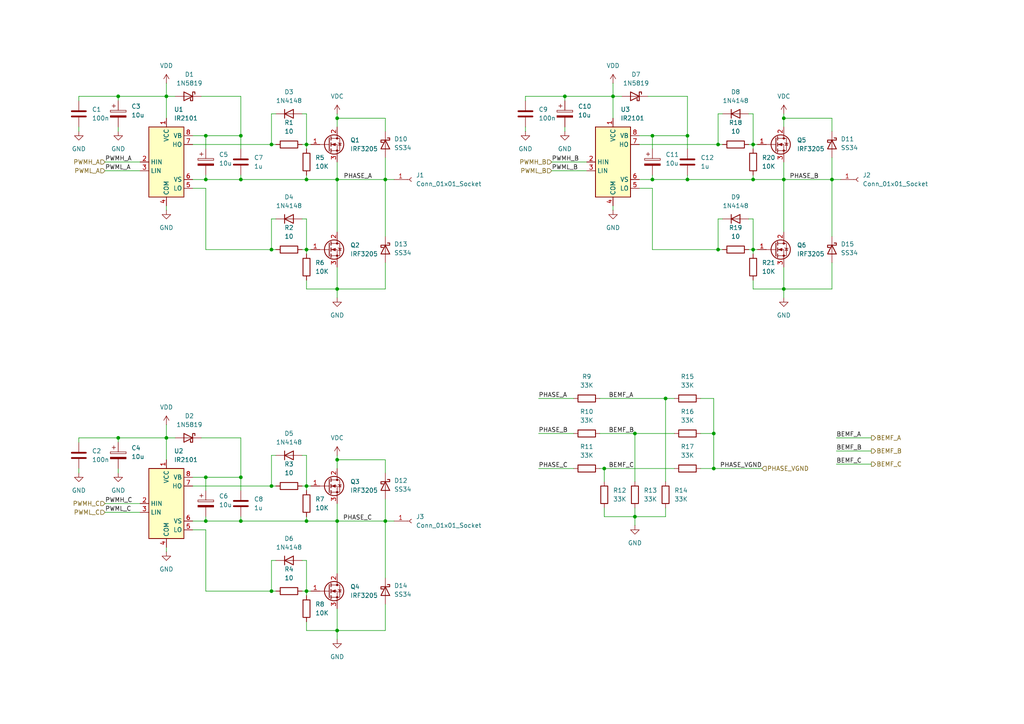
<source format=kicad_sch>
(kicad_sch (version 20231120) (generator "eeschema") (generator_version "8.0")
  (paper "A4")
  (lib_symbols
    (symbol "Connector:Conn_01x01_Socket" (pin_names (offset 1.016) hide)
      (property "Reference" "J" (at 0 2.54 0))
      (property "Value" "Conn_01x01_Socket" (at 0 -2.54 0))
      (symbol "Conn_01x01_Socket_1_1"
        (polyline (pts (xy -1.27 0) (xy -0.508 0)) (stroke (width 0.1524)))
        (arc (start 0 0.508) (mid -0.5058 0) (end 0 -0.508) (stroke (width 0.1524)))
        (pin passive line (at -5.08 0 0) (length 3.81) (name "Pin_1") (number "1"))
      )
    )
    (symbol "Device:C" (pin_numbers hide) (pin_names (offset 0.254))
      (property "Reference" "C" (at 0.635 2.54 0))
      (property "Value" "C" (at 0.635 -2.54 0))
      (symbol "C_0_1"
        (polyline (pts (xy -2.032 -0.762) (xy 2.032 -0.762)) (stroke (width 0.508)))
        (polyline (pts (xy -2.032 0.762) (xy 2.032 0.762)) (stroke (width 0.508)))
      )
      (symbol "C_1_1"
        (pin passive line (at 0 3.81 270) (length 2.794) (name "~") (number "1"))
        (pin passive line (at 0 -3.81 90) (length 2.794) (name "~") (number "2"))
      )
    )
    (symbol "Device:C_Polarized" (pin_numbers hide) (pin_names (offset 0.254))
      (property "Reference" "C" (at 0.635 2.54 0))
      (property "Value" "C_Polarized" (at 0.635 -2.54 0))
      (symbol "C_Polarized_0_1"
        (rectangle (start -2.286 0.508) (end 2.286 1.016))
        (polyline (pts (xy -1.778 2.286) (xy -0.762 2.286)))
        (polyline (pts (xy -1.27 2.794) (xy -1.27 1.778)))
        (rectangle (start 2.286 -0.508) (end -2.286 -1.016) (fill (type outline)))
      )
      (symbol "C_Polarized_1_1"
        (pin passive line (at 0 3.81 270) (length 2.794) (name "~") (number "1"))
        (pin passive line (at 0 -3.81 90) (length 2.794) (name "~") (number "2"))
      )
    )
    (symbol "Device:R" (pin_numbers hide) (pin_names (offset 0))
      (property "Reference" "R" (at 2.032 0 90))
      (property "Value" "R" (at 0 0 90))
      (symbol "R_0_1"
        (rectangle (start -1.016 -2.54) (end 1.016 2.54) (stroke (width 0.254)))
      )
      (symbol "R_1_1"
        (pin passive line (at 0 3.81 270) (length 1.27) (name "~") (number "1"))
        (pin passive line (at 0 -3.81 90) (length 1.27) (name "~") (number "2"))
      )
    )
    (symbol "Diode:1N4148" (pin_numbers hide) (pin_names hide)
      (property "Reference" "D" (at 0 2.54 0))
      (property "Value" "1N4148" (at 0 -2.54 0))
      (symbol "1N4148_0_1"
        (polyline (pts (xy -1.27 1.27) (xy -1.27 -1.27)) (stroke (width 0.254)))
        (polyline (pts (xy 1.27 0) (xy -1.27 0)))
        (polyline (pts (xy 1.27 1.27) (xy 1.27 -1.27) (xy -1.27 0) (xy 1.27 1.27)) (stroke (width 0.254)))
      )
      (symbol "1N4148_1_1"
        (pin passive line (at -3.81 0 0) (length 2.54) (name "K") (number "1"))
        (pin passive line (at 3.81 0 180) (length 2.54) (name "A") (number "2"))
      )
    )
    (symbol "Diode:1N5819" (pin_numbers hide) (pin_names (offset 1.016) hide)
      (property "Reference" "D" (at 0 2.54 0))
      (property "Value" "1N5819" (at 0 -2.54 0))
      (symbol "1N5819_0_1"
        (polyline (pts (xy 1.27 0) (xy -1.27 0)))
        (polyline (pts (xy 1.27 1.27) (xy 1.27 -1.27) (xy -1.27 0) (xy 1.27 1.27)) (stroke (width 0.254)))
        (polyline (pts (xy -1.905 0.635) (xy -1.905 1.27) (xy -1.27 1.27) (xy -1.27 -1.27) (xy -0.635 -1.27) (xy -0.635 -0.635)) (stroke (width 0.254)))
      )
      (symbol "1N5819_1_1"
        (pin passive line (at -3.81 0 0) (length 2.54) (name "K") (number "1"))
        (pin passive line (at 3.81 0 180) (length 2.54) (name "A") (number "2"))
      )
    )
    (symbol "Diode:SS34" (pin_numbers hide) (pin_names (offset 1.016) hide)
      (property "Reference" "D" (at 0 2.54 0))
      (property "Value" "SS34" (at 0 -2.54 0))
      (symbol "SS34_0_1"
        (polyline (pts (xy 1.27 0) (xy -1.27 0)))
        (polyline (pts (xy 1.27 1.27) (xy 1.27 -1.27) (xy -1.27 0) (xy 1.27 1.27)) (stroke (width 0.254)))
        (polyline (pts (xy -1.905 0.635) (xy -1.905 1.27) (xy -1.27 1.27) (xy -1.27 -1.27) (xy -0.635 -1.27) (xy -0.635 -0.635)) (stroke (width 0.254)))
      )
      (symbol "SS34_1_1"
        (pin passive line (at -3.81 0 0) (length 2.54) (name "K") (number "1"))
        (pin passive line (at 3.81 0 180) (length 2.54) (name "A") (number "2"))
      )
    )
    (symbol "Driver_FET:IR2101"
      (property "Reference" "U" (at 1.27 13.335 0))
      (property "Value" "IR2101" (at 1.27 11.43 0))
      (symbol "IR2101_0_1"
        (rectangle (start -5.08 -10.16) (end 5.08 10.16) (stroke (width 0.254)) (fill (type background)))
      )
      (symbol "IR2101_1_1"
        (pin power_in line (at 0 12.7 270) (length 2.54) (name "VCC") (number "1"))
        (pin input line (at -7.62 0 0) (length 2.54) (name "HIN") (number "2"))
        (pin input line (at -7.62 -2.54 0) (length 2.54) (name "LIN") (number "3"))
        (pin power_in line (at 0 -12.7 90) (length 2.54) (name "COM") (number "4"))
        (pin output line (at 7.62 -7.62 180) (length 2.54) (name "LO") (number "5"))
        (pin passive line (at 7.62 -5.08 180) (length 2.54) (name "VS") (number "6"))
        (pin output line (at 7.62 5.08 180) (length 2.54) (name "HO") (number "7"))
        (pin passive line (at 7.62 7.62 180) (length 2.54) (name "VB") (number "8"))
      )
    )
    (symbol "Transistor_FET:IRF3205" (pin_names hide)
      (property "Reference" "Q" (at 5.08 1.905 0))
      (property "Value" "IRF3205" (at 5.08 0 0))
      (symbol "IRF3205_0_1"
        (polyline (pts (xy 0.254 0) (xy -2.54 0)))
        (polyline (pts (xy 0.254 1.905) (xy 0.254 -1.905)) (stroke (width 0.254)))
        (polyline (pts (xy 0.762 -1.27) (xy 0.762 -2.286)) (stroke (width 0.254)))
        (polyline (pts (xy 0.762 0.508) (xy 0.762 -0.508)) (stroke (width 0.254)))
        (polyline (pts (xy 0.762 2.286) (xy 0.762 1.27)) (stroke (width 0.254)))
        (polyline (pts (xy 2.54 2.54) (xy 2.54 1.778)))
        (polyline (pts (xy 2.54 -2.54) (xy 2.54 0) (xy 0.762 0)))
        (polyline (pts (xy 0.762 -1.778) (xy 3.302 -1.778) (xy 3.302 1.778) (xy 0.762 1.778)))
        (polyline (pts (xy 1.016 0) (xy 2.032 0.381) (xy 2.032 -0.381) (xy 1.016 0)) (fill (type outline)))
        (polyline (pts (xy 2.794 0.508) (xy 2.921 0.381) (xy 3.683 0.381) (xy 3.81 0.254)))
        (polyline (pts (xy 3.302 0.381) (xy 2.921 -0.254) (xy 3.683 -0.254) (xy 3.302 0.381)))
        (circle (center 1.651 0) (radius 2.794) (stroke (width 0.254)))
        (circle (center 2.54 -1.778) (radius 0.254) (fill (type outline)))
        (circle (center 2.54 1.778) (radius 0.254) (fill (type outline)))
      )
      (symbol "IRF3205_1_1"
        (pin input line (at -5.08 0 0) (length 2.54) (name "G") (number "1"))
        (pin passive line (at 2.54 5.08 270) (length 2.54) (name "D") (number "2"))
        (pin passive line (at 2.54 -5.08 90) (length 2.54) (name "S") (number "3"))
      )
    )
    (symbol "power:GND" (power) (pin_numbers hide) (pin_names (offset 0) hide)
      (property "Value" "GND" (at 0 -3.81 0))
      (symbol "GND_0_1"
        (polyline (pts (xy 0 0) (xy 0 -1.27) (xy 1.27 -1.27) (xy 0 -2.54) (xy -1.27 -1.27) (xy 0 -1.27)))
      )
      (symbol "GND_1_1"
        (pin power_in line (at 0 0 270) (length 0) (name "~") (number "1"))
      )
    )
    (symbol "power:VDC" (power) (pin_numbers hide) (pin_names (offset 0) hide)
      (property "Value" "VDC" (at 0 3.556 0))
      (symbol "VDC_0_1"
        (polyline (pts (xy -0.762 1.27) (xy 0 2.54)))
        (polyline (pts (xy 0 0) (xy 0 2.54)))
        (polyline (pts (xy 0 2.54) (xy 0.762 1.27)))
      )
      (symbol "VDC_1_1"
        (pin power_in line (at 0 0 90) (length 0) (name "~") (number "1"))
      )
    )
  )
  (junction (at 189.23 39.37))
  (junction (at 218.44 52.07))
  (junction (at 59.69 138.43))
  (junction (at 208.28 72.39))
  (junction (at 218.44 41.91))
  (junction (at 78.74 171.45))
  (junction (at 69.85 151.13))
  (junction (at 88.9 72.39))
  (junction (at 78.74 140.97))
  (junction (at 175.26 135.89))
  (junction (at 69.85 52.07))
  (junction (at 97.79 34.29))
  (junction (at 59.69 39.37))
  (junction (at 184.15 149.86))
  (junction (at 88.9 171.45))
  (junction (at 208.28 41.91))
  (junction (at 111.76 52.07))
  (junction (at 184.15 125.73))
  (junction (at 48.26 127))
  (junction (at 88.9 140.97))
  (junction (at 177.8 27.94))
  (junction (at 59.69 52.07))
  (junction (at 59.69 151.13))
  (junction (at 227.33 34.29))
  (junction (at 97.79 52.07))
  (junction (at 69.85 39.37))
  (junction (at 111.76 151.13))
  (junction (at 78.74 41.91))
  (junction (at 227.33 52.07))
  (junction (at 97.79 133.35))
  (junction (at 199.39 52.07))
  (junction (at 34.29 27.94))
  (junction (at 88.9 41.91))
  (junction (at 97.79 182.88))
  (junction (at 97.79 151.13))
  (junction (at 199.39 39.37))
  (junction (at 163.83 27.94))
  (junction (at 88.9 151.13))
  (junction (at 48.26 27.94))
  (junction (at 88.9 52.07))
  (junction (at 241.3 52.07))
  (junction (at 69.85 138.43))
  (junction (at 193.04 115.57))
  (junction (at 207.01 125.73))
  (junction (at 207.01 135.89))
  (junction (at 34.29 127))
  (junction (at 97.79 83.82))
  (junction (at 78.74 72.39))
  (junction (at 227.33 83.82))
  (junction (at 218.44 72.39))
  (junction (at 189.23 52.07))
  (wire (pts (xy 87.63 72.39) (xy 88.9 72.39)))
  (wire (pts (xy 69.85 43.18) (xy 69.85 39.37)))
  (wire (pts (xy 87.63 171.45) (xy 88.9 171.45)))
  (wire (pts (xy 199.39 43.18) (xy 199.39 39.37)))
  (wire (pts (xy 97.79 182.88) (xy 111.76 182.88)))
  (wire (pts (xy 59.69 39.37) (xy 55.88 39.37)))
  (wire (pts (xy 30.48 46.99) (xy 40.64 46.99)))
  (wire (pts (xy 195.58 135.89) (xy 175.26 135.89)))
  (wire (pts (xy 55.88 54.61) (xy 59.69 54.61)))
  (wire (pts (xy 227.33 77.47) (xy 227.33 83.82)))
  (wire (pts (xy 97.79 52.07) (xy 111.76 52.07)))
  (wire (pts (xy 111.76 151.13) (xy 111.76 167.64)))
  (wire (pts (xy 88.9 33.02) (xy 88.9 41.91)))
  (wire (pts (xy 48.26 60.96) (xy 48.26 59.69)))
  (wire (pts (xy 59.69 142.24) (xy 59.69 138.43)))
  (wire (pts (xy 199.39 52.07) (xy 218.44 52.07)))
  (wire (pts (xy 175.26 135.89) (xy 173.99 135.89)))
  (wire (pts (xy 48.26 24.13) (xy 48.26 27.94)))
  (wire (pts (xy 34.29 127) (xy 34.29 128.27)))
  (wire (pts (xy 59.69 54.61) (xy 59.69 72.39)))
  (wire (pts (xy 218.44 72.39) (xy 219.71 72.39)))
  (wire (pts (xy 97.79 176.53) (xy 97.79 182.88)))
  (wire (pts (xy 69.85 39.37) (xy 59.69 39.37)))
  (wire (pts (xy 218.44 41.91) (xy 219.71 41.91)))
  (wire (pts (xy 185.42 41.91) (xy 208.28 41.91)))
  (wire (pts (xy 177.8 27.94) (xy 180.34 27.94)))
  (wire (pts (xy 208.28 41.91) (xy 209.55 41.91)))
  (wire (pts (xy 184.15 149.86) (xy 184.15 152.4)))
  (wire (pts (xy 242.57 127) (xy 252.73 127)))
  (wire (pts (xy 59.69 72.39) (xy 78.74 72.39)))
  (wire (pts (xy 177.8 27.94) (xy 177.8 34.29)))
  (wire (pts (xy 241.3 83.82) (xy 227.33 83.82)))
  (wire (pts (xy 87.63 41.91) (xy 88.9 41.91)))
  (wire (pts (xy 227.33 52.07) (xy 218.44 52.07)))
  (wire (pts (xy 227.33 83.82) (xy 227.33 86.36)))
  (wire (pts (xy 156.21 135.89) (xy 166.37 135.89)))
  (wire (pts (xy 199.39 27.94) (xy 199.39 39.37)))
  (wire (pts (xy 111.76 34.29) (xy 97.79 34.29)))
  (wire (pts (xy 217.17 33.02) (xy 218.44 33.02)))
  (wire (pts (xy 97.79 34.29) (xy 97.79 36.83)))
  (wire (pts (xy 227.33 52.07) (xy 241.3 52.07)))
  (wire (pts (xy 185.42 52.07) (xy 189.23 52.07)))
  (wire (pts (xy 227.33 46.99) (xy 227.33 52.07)))
  (wire (pts (xy 48.26 27.94) (xy 48.26 34.29)))
  (wire (pts (xy 242.57 130.81) (xy 252.73 130.81)))
  (wire (pts (xy 218.44 33.02) (xy 218.44 41.91)))
  (wire (pts (xy 88.9 52.07) (xy 88.9 50.8)))
  (wire (pts (xy 88.9 162.56) (xy 88.9 171.45)))
  (wire (pts (xy 59.69 149.86) (xy 59.69 151.13)))
  (wire (pts (xy 97.79 46.99) (xy 97.79 52.07)))
  (wire (pts (xy 48.26 127) (xy 48.26 133.35)))
  (wire (pts (xy 48.26 160.02) (xy 48.26 158.75)))
  (wire (pts (xy 58.42 27.94) (xy 69.85 27.94)))
  (wire (pts (xy 152.4 38.1) (xy 152.4 36.83)))
  (wire (pts (xy 209.55 33.02) (xy 208.28 33.02)))
  (wire (pts (xy 97.79 77.47) (xy 97.79 83.82)))
  (wire (pts (xy 156.21 115.57) (xy 166.37 115.57)))
  (wire (pts (xy 59.69 151.13) (xy 69.85 151.13)))
  (wire (pts (xy 189.23 54.61) (xy 189.23 72.39)))
  (wire (pts (xy 163.83 27.94) (xy 177.8 27.94)))
  (wire (pts (xy 22.86 137.16) (xy 22.86 135.89)))
  (wire (pts (xy 199.39 39.37) (xy 189.23 39.37)))
  (wire (pts (xy 30.48 49.53) (xy 40.64 49.53)))
  (wire (pts (xy 80.01 63.5) (xy 78.74 63.5)))
  (wire (pts (xy 199.39 50.8) (xy 199.39 52.07)))
  (wire (pts (xy 69.85 149.86) (xy 69.85 151.13)))
  (wire (pts (xy 217.17 41.91) (xy 218.44 41.91)))
  (wire (pts (xy 87.63 33.02) (xy 88.9 33.02)))
  (wire (pts (xy 241.3 76.2) (xy 241.3 83.82)))
  (wire (pts (xy 189.23 72.39) (xy 208.28 72.39)))
  (wire (pts (xy 193.04 115.57) (xy 173.99 115.57)))
  (wire (pts (xy 111.76 83.82) (xy 97.79 83.82)))
  (wire (pts (xy 189.23 52.07) (xy 199.39 52.07)))
  (wire (pts (xy 88.9 182.88) (xy 88.9 180.34)))
  (wire (pts (xy 80.01 162.56) (xy 78.74 162.56)))
  (wire (pts (xy 193.04 149.86) (xy 193.04 147.32)))
  (wire (pts (xy 78.74 33.02) (xy 78.74 41.91)))
  (wire (pts (xy 59.69 50.8) (xy 59.69 52.07)))
  (wire (pts (xy 111.76 38.1) (xy 111.76 34.29)))
  (wire (pts (xy 87.63 132.08) (xy 88.9 132.08)))
  (wire (pts (xy 111.76 52.07) (xy 111.76 68.58)))
  (wire (pts (xy 207.01 135.89) (xy 203.2 135.89)))
  (wire (pts (xy 87.63 140.97) (xy 88.9 140.97)))
  (wire (pts (xy 227.33 83.82) (xy 218.44 83.82)))
  (wire (pts (xy 59.69 138.43) (xy 55.88 138.43)))
  (wire (pts (xy 22.86 27.94) (xy 34.29 27.94)))
  (wire (pts (xy 207.01 115.57) (xy 207.01 125.73)))
  (wire (pts (xy 227.33 33.02) (xy 227.33 34.29)))
  (wire (pts (xy 97.79 133.35) (xy 97.79 135.89)))
  (wire (pts (xy 217.17 72.39) (xy 218.44 72.39)))
  (wire (pts (xy 193.04 115.57) (xy 193.04 139.7)))
  (wire (pts (xy 97.79 33.02) (xy 97.79 34.29)))
  (wire (pts (xy 217.17 63.5) (xy 218.44 63.5)))
  (wire (pts (xy 34.29 27.94) (xy 34.29 29.21)))
  (wire (pts (xy 241.3 52.07) (xy 241.3 68.58)))
  (wire (pts (xy 177.8 60.96) (xy 177.8 59.69)))
  (wire (pts (xy 48.26 27.94) (xy 50.8 27.94)))
  (wire (pts (xy 97.79 146.05) (xy 97.79 151.13)))
  (wire (pts (xy 241.3 34.29) (xy 227.33 34.29)))
  (wire (pts (xy 111.76 137.16) (xy 111.76 133.35)))
  (wire (pts (xy 242.57 134.62) (xy 252.73 134.62)))
  (wire (pts (xy 195.58 125.73) (xy 184.15 125.73)))
  (wire (pts (xy 111.76 45.72) (xy 111.76 52.07)))
  (wire (pts (xy 218.44 63.5) (xy 218.44 72.39)))
  (wire (pts (xy 88.9 41.91) (xy 88.9 43.18)))
  (wire (pts (xy 218.44 83.82) (xy 218.44 81.28)))
  (wire (pts (xy 88.9 140.97) (xy 90.17 140.97)))
  (wire (pts (xy 80.01 33.02) (xy 78.74 33.02)))
  (wire (pts (xy 175.26 147.32) (xy 175.26 149.86)))
  (wire (pts (xy 160.02 46.99) (xy 170.18 46.99)))
  (wire (pts (xy 111.76 76.2) (xy 111.76 83.82)))
  (wire (pts (xy 80.01 132.08) (xy 78.74 132.08)))
  (wire (pts (xy 59.69 52.07) (xy 69.85 52.07)))
  (wire (pts (xy 97.79 151.13) (xy 97.79 166.37)))
  (wire (pts (xy 163.83 38.1) (xy 163.83 36.83)))
  (wire (pts (xy 30.48 146.05) (xy 40.64 146.05)))
  (wire (pts (xy 175.26 135.89) (xy 175.26 139.7)))
  (wire (pts (xy 184.15 147.32) (xy 184.15 149.86)))
  (wire (pts (xy 111.76 144.78) (xy 111.76 151.13)))
  (wire (pts (xy 175.26 149.86) (xy 184.15 149.86)))
  (wire (pts (xy 97.79 132.08) (xy 97.79 133.35)))
  (wire (pts (xy 78.74 72.39) (xy 80.01 72.39)))
  (wire (pts (xy 97.79 83.82) (xy 88.9 83.82)))
  (wire (pts (xy 156.21 125.73) (xy 166.37 125.73)))
  (wire (pts (xy 208.28 63.5) (xy 208.28 72.39)))
  (wire (pts (xy 88.9 171.45) (xy 88.9 172.72)))
  (wire (pts (xy 208.28 72.39) (xy 209.55 72.39)))
  (wire (pts (xy 241.3 38.1) (xy 241.3 34.29)))
  (wire (pts (xy 160.02 49.53) (xy 170.18 49.53)))
  (wire (pts (xy 177.8 24.13) (xy 177.8 27.94)))
  (wire (pts (xy 34.29 27.94) (xy 48.26 27.94)))
  (wire (pts (xy 207.01 125.73) (xy 207.01 135.89)))
  (wire (pts (xy 78.74 162.56) (xy 78.74 171.45)))
  (wire (pts (xy 97.79 182.88) (xy 97.79 185.42)))
  (wire (pts (xy 203.2 125.73) (xy 207.01 125.73)))
  (wire (pts (xy 218.44 41.91) (xy 218.44 43.18)))
  (wire (pts (xy 97.79 83.82) (xy 97.79 86.36)))
  (wire (pts (xy 22.86 38.1) (xy 22.86 36.83)))
  (wire (pts (xy 69.85 138.43) (xy 59.69 138.43)))
  (wire (pts (xy 88.9 72.39) (xy 90.17 72.39)))
  (wire (pts (xy 22.86 127) (xy 34.29 127)))
  (wire (pts (xy 69.85 151.13) (xy 88.9 151.13)))
  (wire (pts (xy 22.86 29.21) (xy 22.86 27.94)))
  (wire (pts (xy 78.74 63.5) (xy 78.74 72.39)))
  (wire (pts (xy 111.76 175.26) (xy 111.76 182.88)))
  (wire (pts (xy 87.63 162.56) (xy 88.9 162.56)))
  (wire (pts (xy 78.74 41.91) (xy 80.01 41.91)))
  (wire (pts (xy 48.26 127) (xy 50.8 127)))
  (wire (pts (xy 87.63 63.5) (xy 88.9 63.5)))
  (wire (pts (xy 88.9 41.91) (xy 90.17 41.91)))
  (wire (pts (xy 227.33 34.29) (xy 227.33 36.83)))
  (wire (pts (xy 189.23 39.37) (xy 185.42 39.37)))
  (wire (pts (xy 69.85 27.94) (xy 69.85 39.37)))
  (wire (pts (xy 59.69 153.67) (xy 59.69 171.45)))
  (wire (pts (xy 111.76 151.13) (xy 114.3 151.13)))
  (wire (pts (xy 69.85 127) (xy 69.85 138.43)))
  (wire (pts (xy 88.9 72.39) (xy 88.9 73.66)))
  (wire (pts (xy 88.9 171.45) (xy 90.17 171.45)))
  (wire (pts (xy 152.4 27.94) (xy 163.83 27.94)))
  (wire (pts (xy 185.42 54.61) (xy 189.23 54.61)))
  (wire (pts (xy 189.23 50.8) (xy 189.23 52.07)))
  (wire (pts (xy 34.29 127) (xy 48.26 127)))
  (wire (pts (xy 189.23 43.18) (xy 189.23 39.37)))
  (wire (pts (xy 69.85 52.07) (xy 88.9 52.07)))
  (wire (pts (xy 88.9 140.97) (xy 88.9 142.24)))
  (wire (pts (xy 207.01 135.89) (xy 220.98 135.89)))
  (wire (pts (xy 58.42 127) (xy 69.85 127)))
  (wire (pts (xy 55.88 41.91) (xy 78.74 41.91)))
  (wire (pts (xy 97.79 151.13) (xy 88.9 151.13)))
  (wire (pts (xy 88.9 83.82) (xy 88.9 81.28)))
  (wire (pts (xy 22.86 128.27) (xy 22.86 127)))
  (wire (pts (xy 69.85 50.8) (xy 69.85 52.07)))
  (wire (pts (xy 227.33 52.07) (xy 227.33 67.31)))
  (wire (pts (xy 55.88 153.67) (xy 59.69 153.67)))
  (wire (pts (xy 111.76 52.07) (xy 114.3 52.07)))
  (wire (pts (xy 187.96 27.94) (xy 199.39 27.94)))
  (wire (pts (xy 88.9 63.5) (xy 88.9 72.39)))
  (wire (pts (xy 208.28 33.02) (xy 208.28 41.91)))
  (wire (pts (xy 163.83 27.94) (xy 163.83 29.21)))
  (wire (pts (xy 59.69 43.18) (xy 59.69 39.37)))
  (wire (pts (xy 209.55 63.5) (xy 208.28 63.5)))
  (wire (pts (xy 152.4 29.21) (xy 152.4 27.94)))
  (wire (pts (xy 203.2 115.57) (xy 207.01 115.57)))
  (wire (pts (xy 241.3 45.72) (xy 241.3 52.07)))
  (wire (pts (xy 184.15 125.73) (xy 173.99 125.73)))
  (wire (pts (xy 30.48 148.59) (xy 40.64 148.59)))
  (wire (pts (xy 97.79 151.13) (xy 111.76 151.13)))
  (wire (pts (xy 195.58 115.57) (xy 193.04 115.57)))
  (wire (pts (xy 97.79 52.07) (xy 88.9 52.07)))
  (wire (pts (xy 218.44 72.39) (xy 218.44 73.66)))
  (wire (pts (xy 48.26 123.19) (xy 48.26 127)))
  (wire (pts (xy 218.44 52.07) (xy 218.44 50.8)))
  (wire (pts (xy 97.79 182.88) (xy 88.9 182.88)))
  (wire (pts (xy 97.79 52.07) (xy 97.79 67.31)))
  (wire (pts (xy 59.69 171.45) (xy 78.74 171.45)))
  (wire (pts (xy 34.29 38.1) (xy 34.29 36.83)))
  (wire (pts (xy 55.88 52.07) (xy 59.69 52.07)))
  (wire (pts (xy 78.74 132.08) (xy 78.74 140.97)))
  (wire (pts (xy 241.3 52.07) (xy 243.84 52.07)))
  (wire (pts (xy 55.88 151.13) (xy 59.69 151.13)))
  (wire (pts (xy 88.9 132.08) (xy 88.9 140.97)))
  (wire (pts (xy 55.88 140.97) (xy 78.74 140.97)))
  (wire (pts (xy 184.15 125.73) (xy 184.15 139.7)))
  (wire (pts (xy 34.29 137.16) (xy 34.29 135.89)))
  (wire (pts (xy 184.15 149.86) (xy 193.04 149.86)))
  (wire (pts (xy 88.9 151.13) (xy 88.9 149.86)))
  (wire (pts (xy 78.74 171.45) (xy 80.01 171.45)))
  (wire (pts (xy 78.74 140.97) (xy 80.01 140.97)))
  (wire (pts (xy 111.76 133.35) (xy 97.79 133.35)))
  (wire (pts (xy 69.85 142.24) (xy 69.85 138.43)))
  (label "BEMF_C" (at 176.53 135.89 0))
  (label "PHASE_A" (at 107.95 52.07 180))
  (label "PHASE_A" (at 156.21 115.57 0))
  (label "PWML_A" (at 30.48 49.53 0))
  (label "BEMF_B" (at 176.53 125.73 0))
  (label "PWMH_C" (at 30.48 146.05 0))
  (label "PWMH_A" (at 30.48 46.99 0))
  (label "PWMH_B" (at 160.02 46.99 0))
  (label "BEMF_A" (at 176.53 115.57 0))
  (label "PHASE_B" (at 156.21 125.73 0))
  (label "PHASE_B" (at 237.49 52.07 180))
  (label "BEMF_A" (at 242.57 127 0))
  (label "BEMF_C" (at 242.57 134.62 0))
  (label "PHASE_C" (at 156.21 135.89 0))
  (label "PWML_C" (at 30.48 148.59 0))
  (label "PHASE_C" (at 107.95 151.13 180))
  (label "BEMF_B" (at 242.57 130.81 0))
  (label "PWML_B" (at 160.02 49.53 0))
  (label "PHASE_VGND" (at 220.98 135.89 180))
  (hierarchical_label "BEMF_B" (shape output) (at 252.73 130.81 0))
  (hierarchical_label "PHASE_VGND" (shape input) (at 220.98 135.89 0))
  (hierarchical_label "PWMH_B" (shape input) (at 160.02 46.99 180))
  (hierarchical_label "PWML_A" (shape input) (at 30.48 49.53 180))
  (hierarchical_label "PWMH_A" (shape input) (at 30.48 46.99 180))
  (hierarchical_label "PWMH_C" (shape input) (at 30.48 146.05 180))
  (hierarchical_label "PWML_B" (shape input) (at 160.02 49.53 180))
  (hierarchical_label "BEMF_C" (shape output) (at 252.73 134.62 0))
  (hierarchical_label "BEMF_A" (shape output) (at 252.73 127 0))
  (hierarchical_label "PWML_C" (shape input) (at 30.48 148.59 180))
  (symbol (lib_id "Diode:SS34") (at 111.76 140.97 270) (unit 1)
    (property "Reference" "D12" (at 114.3 139.3824 90) (effects (justify left)))
    (property "Value" "SS34" (at 114.3 141.9224 90) (effects (justify left)))
    (property "Footprint" "Diode_THT:D_5W_P12.70mm_Horizontal" (effects (hide yes)))
    (property "Datasheet" "https://www.vishay.com/docs/88751/ss32.pdf" (effects (hide yes)))
    (property "Description" "40V 3A Schottky Diode, SMA" (effects (hide yes)))
  )
  (symbol (lib_id "Transistor_FET:IRF3205") (at 95.25 41.91 0) (unit 1)
    (property "Reference" "Q1" (at 101.6 40.6399 0) (effects (justify left)))
    (property "Value" "IRF3205" (at 101.6 43.1799 0) (effects (justify left)))
    (property "Footprint" "Package_TO_SOT_THT:TO-220-3_Vertical" (effects (hide yes)))
    (property "Datasheet" "http://www.irf.com/product-info/datasheets/data/irf3205.pdf" (effects (hide yes)))
    (property "Description" "110A Id, 55V Vds, Single N-Channel HEXFET Power MOSFET, 8mOhm Ron, TO-220AB" (effects (hide yes)))
  )
  (symbol (lib_id "power:GND") (at 34.29 137.16 0) (unit 1)
    (property "Reference" "#PWR04" (effects (hide yes)))
    (property "Value" "GND" (at 34.29 142.24 0))
    (property "Description" "Power symbol creates a global label with name \"GND\" , ground" (effects (hide yes)))
  )
  (symbol (lib_id "Device:R") (at 83.82 41.91 90) (unit 1)
    (property "Reference" "R1" (at 83.82 35.56 90))
    (property "Value" "10" (at 83.82 38.1 90))
    (property "Footprint" "Resistor_THT:R_Axial_DIN0207_L6.3mm_D2.5mm_P15.24mm_Horizontal" (effects (hide yes)))
    (property "Description" "Resistor" (effects (hide yes)))
  )
  (symbol (lib_id "Diode:1N4148") (at 83.82 132.08 0) (unit 1)
    (property "Reference" "D5" (at 83.82 125.73 0))
    (property "Value" "1N4148" (at 83.82 128.27 0))
    (property "Footprint" "Diode_THT:D_DO-35_SOD27_P7.62mm_Horizontal" (effects (hide yes)))
    (property "Datasheet" "https://assets.nexperia.com/documents/data-sheet/1N4148_1N4448.pdf" (effects (hide yes)))
    (property "Description" "100V 0.15A standard switching diode, DO-35" (effects (hide yes)))
    (property "Sim.Device" "D" (effects (hide yes)))
    (property "Sim.Pins" "1=K 2=A" (effects (hide yes)))
  )
  (symbol (lib_id "power:GND") (at 152.4 38.1 0) (unit 1)
    (property "Reference" "#PWR013" (effects (hide yes)))
    (property "Value" "GND" (at 152.4 43.18 0))
    (property "Description" "Power symbol creates a global label with name \"GND\" , ground" (effects (hide yes)))
  )
  (symbol (lib_id "Device:R") (at 170.18 135.89 90) (unit 1)
    (property "Reference" "R11" (at 170.18 129.54 90))
    (property "Value" "33K" (at 170.18 132.08 90))
    (property "Footprint" "Resistor_THT:R_Axial_DIN0207_L6.3mm_D2.5mm_P15.24mm_Horizontal" (effects (hide yes)))
    (property "Description" "Resistor" (effects (hide yes)))
  )
  (symbol (lib_id "power:VDC") (at 97.79 132.08 0) (unit 1)
    (property "Reference" "#PWR011" (effects (hide yes)))
    (property "Value" "VDC" (at 97.79 127 0))
    (property "Description" "Power symbol creates a global label with name \"VDC\"" (effects (hide yes)))
  )
  (symbol (lib_id "power:VDC") (at 48.26 24.13 0) (unit 1)
    (property "Reference" "#PWR05" (effects (hide yes)))
    (property "Value" "VDD" (at 48.26 19.05 0))
    (property "Description" "Power symbol creates a global label with name \"VDC\"" (effects (hide yes)))
  )
  (symbol (lib_id "Diode:1N4148") (at 83.82 162.56 0) (unit 1)
    (property "Reference" "D6" (at 83.82 156.21 0))
    (property "Value" "1N4148" (at 83.82 158.75 0))
    (property "Footprint" "Diode_THT:D_DO-35_SOD27_P7.62mm_Horizontal" (effects (hide yes)))
    (property "Datasheet" "https://assets.nexperia.com/documents/data-sheet/1N4148_1N4448.pdf" (effects (hide yes)))
    (property "Description" "100V 0.15A standard switching diode, DO-35" (effects (hide yes)))
    (property "Sim.Device" "D" (effects (hide yes)))
    (property "Sim.Pins" "1=K 2=A" (effects (hide yes)))
  )
  (symbol (lib_id "Connector:Conn_01x01_Socket") (at 119.38 52.07 0) (unit 1)
    (property "Reference" "J1" (at 120.65 50.7999 0) (effects (justify left)))
    (property "Value" "Conn_01x01_Socket" (at 120.65 53.3399 0) (effects (justify left)))
    (property "Footprint" "Connector:Banana_Jack_1Pin" (effects (hide yes)))
    (property "Description" "Generic connector, single row, 01x01, script generated" (effects (hide yes)))
  )
  (symbol (lib_id "Device:C") (at 152.4 33.02 0) (unit 1)
    (property "Reference" "C9" (at 156.21 31.7499 0) (effects (justify left)))
    (property "Value" "100n" (at 156.21 34.2899 0) (effects (justify left)))
    (property "Footprint" "Capacitor_THT:C_Disc_D6.0mm_W2.5mm_P5.00mm" (effects (hide yes)))
    (property "Description" "Unpolarized capacitor" (effects (hide yes)))
  )
  (symbol (lib_id "Transistor_FET:IRF3205") (at 95.25 72.39 0) (unit 1)
    (property "Reference" "Q2" (at 101.6 71.1199 0) (effects (justify left)))
    (property "Value" "IRF3205" (at 101.6 73.6599 0) (effects (justify left)))
    (property "Footprint" "Package_TO_SOT_THT:TO-220-3_Vertical" (effects (hide yes)))
    (property "Datasheet" "http://www.irf.com/product-info/datasheets/data/irf3205.pdf" (effects (hide yes)))
    (property "Description" "110A Id, 55V Vds, Single N-Channel HEXFET Power MOSFET, 8mOhm Ron, TO-220AB" (effects (hide yes)))
  )
  (symbol (lib_id "Transistor_FET:IRF3205") (at 95.25 171.45 0) (unit 1)
    (property "Reference" "Q4" (at 101.6 170.1799 0) (effects (justify left)))
    (property "Value" "IRF3205" (at 101.6 172.7199 0) (effects (justify left)))
    (property "Footprint" "Package_TO_SOT_THT:TO-220-3_Vertical" (effects (hide yes)))
    (property "Datasheet" "http://www.irf.com/product-info/datasheets/data/irf3205.pdf" (effects (hide yes)))
    (property "Description" "110A Id, 55V Vds, Single N-Channel HEXFET Power MOSFET, 8mOhm Ron, TO-220AB" (effects (hide yes)))
  )
  (symbol (lib_id "power:GND") (at 34.29 38.1 0) (unit 1)
    (property "Reference" "#PWR03" (effects (hide yes)))
    (property "Value" "GND" (at 34.29 43.18 0))
    (property "Description" "Power symbol creates a global label with name \"GND\" , ground" (effects (hide yes)))
  )
  (symbol (lib_id "power:GND") (at 97.79 185.42 0) (unit 1)
    (property "Reference" "#PWR012" (effects (hide yes)))
    (property "Value" "GND" (at 97.79 190.5 0))
    (property "Description" "Power symbol creates a global label with name \"GND\" , ground" (effects (hide yes)))
  )
  (symbol (lib_id "Device:C") (at 199.39 46.99 0) (unit 1)
    (property "Reference" "C12" (at 203.2 45.7199 0) (effects (justify left)))
    (property "Value" "1u" (at 203.2 48.2599 0) (effects (justify left)))
    (property "Footprint" "Capacitor_THT:C_Disc_D6.0mm_W2.5mm_P5.00mm" (effects (hide yes)))
    (property "Description" "Unpolarized capacitor" (effects (hide yes)))
  )
  (symbol (lib_id "Transistor_FET:IRF3205") (at 95.25 140.97 0) (unit 1)
    (property "Reference" "Q3" (at 101.6 139.6999 0) (effects (justify left)))
    (property "Value" "IRF3205" (at 101.6 142.2399 0) (effects (justify left)))
    (property "Footprint" "Package_TO_SOT_THT:TO-220-3_Vertical" (effects (hide yes)))
    (property "Datasheet" "http://www.irf.com/product-info/datasheets/data/irf3205.pdf" (effects (hide yes)))
    (property "Description" "110A Id, 55V Vds, Single N-Channel HEXFET Power MOSFET, 8mOhm Ron, TO-220AB" (effects (hide yes)))
  )
  (symbol (lib_id "Driver_FET:IR2101") (at 48.26 146.05 0) (unit 1)
    (property "Reference" "U2" (at 50.4541 130.81 0) (effects (justify left)))
    (property "Value" "IR2101" (at 50.4541 133.35 0) (effects (justify left)))
    (property "Footprint" "Package_DIP:DIP-8_W7.62mm_LongPads" (effects (hide yes)))
    (property "Datasheet" "https://www.infineon.com/dgdl/ir2101.pdf?fileId=5546d462533600a4015355c7a755166c" (effects (hide yes)))
    (property "Description" "High and Low Side Driver, 600V, 210/360mA, PDIP-8/SOIC-8" (effects (hide yes)))
  )
  (symbol (lib_id "Device:R") (at 170.18 125.73 90) (unit 1)
    (property "Reference" "R10" (at 170.18 119.38 90))
    (property "Value" "33K" (at 170.18 121.92 90))
    (property "Footprint" "Resistor_THT:R_Axial_DIN0207_L6.3mm_D2.5mm_P15.24mm_Horizontal" (effects (hide yes)))
    (property "Description" "Resistor" (effects (hide yes)))
  )
  (symbol (lib_id "Device:R") (at 88.9 77.47 180) (unit 1)
    (property "Reference" "R6" (at 91.44 76.1999 0) (effects (justify right)))
    (property "Value" "10K" (at 91.44 78.7399 0) (effects (justify right)))
    (property "Footprint" "Resistor_THT:R_Axial_DIN0207_L6.3mm_D2.5mm_P15.24mm_Horizontal" (effects (hide yes)))
    (property "Description" "Resistor" (effects (hide yes)))
  )
  (symbol (lib_id "power:GND") (at 227.33 86.36 0) (unit 1)
    (property "Reference" "#PWR019" (effects (hide yes)))
    (property "Value" "GND" (at 227.33 91.44 0))
    (property "Description" "Power symbol creates a global label with name \"GND\" , ground" (effects (hide yes)))
  )
  (symbol (lib_id "Device:C_Polarized") (at 34.29 132.08 0) (unit 1)
    (property "Reference" "C4" (at 38.1 129.9209 0) (effects (justify left)))
    (property "Value" "10u" (at 38.1 132.4609 0) (effects (justify left)))
    (property "Footprint" "Capacitor_THT:CP_Radial_D6.3mm_P2.50mm" (effects (hide yes)))
    (property "Description" "Polarized capacitor" (effects (hide yes)))
  )
  (symbol (lib_id "Device:R") (at 83.82 72.39 90) (unit 1)
    (property "Reference" "R2" (at 83.82 66.04 90))
    (property "Value" "10" (at 83.82 68.58 90))
    (property "Footprint" "Resistor_THT:R_Axial_DIN0207_L6.3mm_D2.5mm_P15.24mm_Horizontal" (effects (hide yes)))
    (property "Description" "Resistor" (effects (hide yes)))
  )
  (symbol (lib_id "power:GND") (at 163.83 38.1 0) (unit 1)
    (property "Reference" "#PWR014" (effects (hide yes)))
    (property "Value" "GND" (at 163.83 43.18 0))
    (property "Description" "Power symbol creates a global label with name \"GND\" , ground" (effects (hide yes)))
  )
  (symbol (lib_id "Diode:1N5819") (at 184.15 27.94 0) (mirror y) (unit 1)
    (property "Reference" "D7" (at 184.4675 21.59 0))
    (property "Value" "1N5819" (at 184.4675 24.13 0))
    (property "Footprint" "Diode_THT:D_DO-41_SOD81_P10.16mm_Horizontal" (effects (hide yes)))
    (property "Datasheet" "http://www.vishay.com/docs/88525/1n5817.pdf" (effects (hide yes)))
    (property "Description" "40V 1A Schottky Barrier Rectifier Diode, DO-41" (effects (hide yes)))
  )
  (symbol (lib_id "Device:R") (at 170.18 115.57 90) (unit 1)
    (property "Reference" "R9" (at 170.18 109.22 90))
    (property "Value" "33K" (at 170.18 111.76 90))
    (property "Footprint" "Resistor_THT:R_Axial_DIN0207_L6.3mm_D2.5mm_P15.24mm_Horizontal" (effects (hide yes)))
    (property "Description" "Resistor" (effects (hide yes)))
  )
  (symbol (lib_id "Connector:Conn_01x01_Socket") (at 119.38 151.13 0) (unit 1)
    (property "Reference" "J3" (at 120.65 149.8599 0) (effects (justify left)))
    (property "Value" "Conn_01x01_Socket" (at 120.65 152.3999 0) (effects (justify left)))
    (property "Footprint" "Connector:Banana_Jack_1Pin" (effects (hide yes)))
    (property "Description" "Generic connector, single row, 01x01, script generated" (effects (hide yes)))
  )
  (symbol (lib_id "Device:R") (at 175.26 143.51 180) (unit 1)
    (property "Reference" "R12" (at 177.8 142.2399 0) (effects (justify right)))
    (property "Value" "33K" (at 177.8 144.7799 0) (effects (justify right)))
    (property "Footprint" "Resistor_THT:R_Axial_DIN0207_L6.3mm_D2.5mm_P15.24mm_Horizontal" (effects (hide yes)))
    (property "Description" "Resistor" (effects (hide yes)))
  )
  (symbol (lib_id "power:VDC") (at 177.8 24.13 0) (unit 1)
    (property "Reference" "#PWR015" (effects (hide yes)))
    (property "Value" "VDD" (at 177.8 19.05 0))
    (property "Description" "Power symbol creates a global label with name \"VDC\"" (effects (hide yes)))
  )
  (symbol (lib_id "Device:R") (at 88.9 176.53 180) (unit 1)
    (property "Reference" "R8" (at 91.44 175.2599 0) (effects (justify right)))
    (property "Value" "10K" (at 91.44 177.7999 0) (effects (justify right)))
    (property "Footprint" "Resistor_THT:R_Axial_DIN0207_L6.3mm_D2.5mm_P15.24mm_Horizontal" (effects (hide yes)))
    (property "Description" "Resistor" (effects (hide yes)))
  )
  (symbol (lib_id "Device:R") (at 184.15 143.51 180) (unit 1)
    (property "Reference" "R13" (at 186.69 142.2399 0) (effects (justify right)))
    (property "Value" "33K" (at 186.69 144.7799 0) (effects (justify right)))
    (property "Footprint" "Resistor_THT:R_Axial_DIN0207_L6.3mm_D2.5mm_P15.24mm_Horizontal" (effects (hide yes)))
    (property "Description" "Resistor" (effects (hide yes)))
  )
  (symbol (lib_id "Device:R") (at 88.9 146.05 180) (unit 1)
    (property "Reference" "R7" (at 91.44 144.7799 0) (effects (justify right)))
    (property "Value" "10K" (at 91.44 147.3199 0) (effects (justify right)))
    (property "Footprint" "Resistor_THT:R_Axial_DIN0207_L6.3mm_D2.5mm_P15.24mm_Horizontal" (effects (hide yes)))
    (property "Description" "Resistor" (effects (hide yes)))
  )
  (symbol (lib_id "Device:C_Polarized") (at 59.69 46.99 0) (unit 1)
    (property "Reference" "C5" (at 63.5 44.8309 0) (effects (justify left)))
    (property "Value" "10u" (at 63.5 47.3709 0) (effects (justify left)))
    (property "Footprint" "Capacitor_THT:CP_Radial_D8.0mm_P5.00mm" (effects (hide yes)))
    (property "Description" "Polarized capacitor" (effects (hide yes)))
  )
  (symbol (lib_id "Device:R") (at 199.39 125.73 90) (unit 1)
    (property "Reference" "R16" (at 199.39 119.38 90))
    (property "Value" "33K" (at 199.39 121.92 90))
    (property "Footprint" "Resistor_THT:R_Axial_DIN0207_L6.3mm_D2.5mm_P15.24mm_Horizontal" (effects (hide yes)))
    (property "Description" "Resistor" (effects (hide yes)))
  )
  (symbol (lib_id "Driver_FET:IR2101") (at 177.8 46.99 0) (unit 1)
    (property "Reference" "U3" (at 179.9941 31.75 0) (effects (justify left)))
    (property "Value" "IR2101" (at 179.9941 34.29 0) (effects (justify left)))
    (property "Footprint" "Package_DIP:DIP-8_W7.62mm_LongPads" (effects (hide yes)))
    (property "Datasheet" "https://www.infineon.com/dgdl/ir2101.pdf?fileId=5546d462533600a4015355c7a755166c" (effects (hide yes)))
    (property "Description" "High and Low Side Driver, 600V, 210/360mA, PDIP-8/SOIC-8" (effects (hide yes)))
  )
  (symbol (lib_id "Device:C") (at 69.85 146.05 0) (unit 1)
    (property "Reference" "C8" (at 73.66 144.7799 0) (effects (justify left)))
    (property "Value" "1u" (at 73.66 147.3199 0) (effects (justify left)))
    (property "Footprint" "Capacitor_THT:C_Disc_D6.0mm_W2.5mm_P5.00mm" (effects (hide yes)))
    (property "Description" "Unpolarized capacitor" (effects (hide yes)))
  )
  (symbol (lib_id "Diode:SS34") (at 241.3 41.91 270) (unit 1)
    (property "Reference" "D11" (at 243.84 40.3224 90) (effects (justify left)))
    (property "Value" "SS34" (at 243.84 42.8624 90) (effects (justify left)))
    (property "Footprint" "Diode_THT:D_5W_P12.70mm_Horizontal" (effects (hide yes)))
    (property "Datasheet" "https://www.vishay.com/docs/88751/ss32.pdf" (effects (hide yes)))
    (property "Description" "40V 3A Schottky Diode, SMA" (effects (hide yes)))
  )
  (symbol (lib_id "Device:R") (at 218.44 77.47 180) (unit 1)
    (property "Reference" "R21" (at 220.98 76.1999 0) (effects (justify right)))
    (property "Value" "10K" (at 220.98 78.7399 0) (effects (justify right)))
    (property "Footprint" "Resistor_THT:R_Axial_DIN0207_L6.3mm_D2.5mm_P15.24mm_Horizontal" (effects (hide yes)))
    (property "Description" "Resistor" (effects (hide yes)))
  )
  (symbol (lib_id "Device:C_Polarized") (at 59.69 146.05 0) (unit 1)
    (property "Reference" "C6" (at 63.5 143.8909 0) (effects (justify left)))
    (property "Value" "10u" (at 63.5 146.4309 0) (effects (justify left)))
    (property "Footprint" "Capacitor_THT:CP_Radial_D8.0mm_P5.00mm" (effects (hide yes)))
    (property "Description" "Polarized capacitor" (effects (hide yes)))
  )
  (symbol (lib_id "power:VDC") (at 227.33 33.02 0) (unit 1)
    (property "Reference" "#PWR018" (effects (hide yes)))
    (property "Value" "VDC" (at 227.33 27.94 0))
    (property "Description" "Power symbol creates a global label with name \"VDC\"" (effects (hide yes)))
  )
  (symbol (lib_id "Device:R") (at 88.9 46.99 180) (unit 1)
    (property "Reference" "R5" (at 91.44 45.7199 0) (effects (justify right)))
    (property "Value" "10K" (at 91.44 48.2599 0) (effects (justify right)))
    (property "Footprint" "Resistor_THT:R_Axial_DIN0207_L6.3mm_D2.5mm_P15.24mm_Horizontal" (effects (hide yes)))
    (property "Description" "Resistor" (effects (hide yes)))
  )
  (symbol (lib_id "Diode:SS34") (at 111.76 72.39 270) (unit 1)
    (property "Reference" "D13" (at 114.3 70.8024 90) (effects (justify left)))
    (property "Value" "SS34" (at 114.3 73.3424 90) (effects (justify left)))
    (property "Footprint" "Diode_THT:D_5W_P12.70mm_Horizontal" (effects (hide yes)))
    (property "Datasheet" "https://www.vishay.com/docs/88751/ss32.pdf" (effects (hide yes)))
    (property "Description" "40V 3A Schottky Diode, SMA" (effects (hide yes)))
  )
  (symbol (lib_id "Diode:1N5819") (at 54.61 27.94 0) (mirror y) (unit 1)
    (property "Reference" "D1" (at 54.9275 21.59 0))
    (property "Value" "1N5819" (at 54.9275 24.13 0))
    (property "Footprint" "Diode_THT:D_DO-41_SOD81_P10.16mm_Horizontal" (effects (hide yes)))
    (property "Datasheet" "http://www.vishay.com/docs/88525/1n5817.pdf" (effects (hide yes)))
    (property "Description" "40V 1A Schottky Barrier Rectifier Diode, DO-41" (effects (hide yes)))
  )
  (symbol (lib_id "Transistor_FET:IRF3205") (at 224.79 72.39 0) (unit 1)
    (property "Reference" "Q6" (at 231.14 71.1199 0) (effects (justify left)))
    (property "Value" "IRF3205" (at 231.14 73.6599 0) (effects (justify left)))
    (property "Footprint" "Package_TO_SOT_THT:TO-220-3_Vertical" (effects (hide yes)))
    (property "Datasheet" "http://www.irf.com/product-info/datasheets/data/irf3205.pdf" (effects (hide yes)))
    (property "Description" "110A Id, 55V Vds, Single N-Channel HEXFET Power MOSFET, 8mOhm Ron, TO-220AB" (effects (hide yes)))
  )
  (symbol (lib_id "power:GND") (at 22.86 38.1 0) (unit 1)
    (property "Reference" "#PWR01" (effects (hide yes)))
    (property "Value" "GND" (at 22.86 43.18 0))
    (property "Description" "Power symbol creates a global label with name \"GND\" , ground" (effects (hide yes)))
  )
  (symbol (lib_id "power:GND") (at 97.79 86.36 0) (unit 1)
    (property "Reference" "#PWR010" (effects (hide yes)))
    (property "Value" "GND" (at 97.79 91.44 0))
    (property "Description" "Power symbol creates a global label with name \"GND\" , ground" (effects (hide yes)))
  )
  (symbol (lib_id "power:GND") (at 48.26 160.02 0) (unit 1)
    (property "Reference" "#PWR08" (effects (hide yes)))
    (property "Value" "GND" (at 48.26 165.1 0))
    (property "Description" "Power symbol creates a global label with name \"GND\" , ground" (effects (hide yes)))
  )
  (symbol (lib_id "Device:C_Polarized") (at 163.83 33.02 0) (unit 1)
    (property "Reference" "C10" (at 167.64 30.8609 0) (effects (justify left)))
    (property "Value" "10u" (at 167.64 33.4009 0) (effects (justify left)))
    (property "Footprint" "Capacitor_THT:CP_Radial_D6.3mm_P2.50mm" (effects (hide yes)))
    (property "Description" "Polarized capacitor" (effects (hide yes)))
  )
  (symbol (lib_id "power:GND") (at 184.15 152.4 0) (unit 1)
    (property "Reference" "#PWR017" (effects (hide yes)))
    (property "Value" "GND" (at 184.15 157.48 0))
    (property "Description" "Power symbol creates a global label with name \"GND\" , ground" (effects (hide yes)))
  )
  (symbol (lib_id "Device:C") (at 69.85 46.99 0) (unit 1)
    (property "Reference" "C7" (at 73.66 45.7199 0) (effects (justify left)))
    (property "Value" "1u" (at 73.66 48.2599 0) (effects (justify left)))
    (property "Footprint" "Capacitor_THT:C_Disc_D6.0mm_W2.5mm_P5.00mm" (effects (hide yes)))
    (property "Description" "Unpolarized capacitor" (effects (hide yes)))
  )
  (symbol (lib_id "Device:R") (at 83.82 171.45 90) (unit 1)
    (property "Reference" "R4" (at 83.82 165.1 90))
    (property "Value" "10" (at 83.82 167.64 90))
    (property "Footprint" "Resistor_THT:R_Axial_DIN0207_L6.3mm_D2.5mm_P15.24mm_Horizontal" (effects (hide yes)))
    (property "Description" "Resistor" (effects (hide yes)))
  )
  (symbol (lib_id "Diode:SS34") (at 111.76 171.45 270) (unit 1)
    (property "Reference" "D14" (at 114.3 169.8624 90) (effects (justify left)))
    (property "Value" "SS34" (at 114.3 172.4024 90) (effects (justify left)))
    (property "Footprint" "Diode_THT:D_5W_P12.70mm_Horizontal" (effects (hide yes)))
    (property "Datasheet" "https://www.vishay.com/docs/88751/ss32.pdf" (effects (hide yes)))
    (property "Description" "40V 3A Schottky Diode, SMA" (effects (hide yes)))
  )
  (symbol (lib_id "Device:R") (at 213.36 41.91 90) (unit 1)
    (property "Reference" "R18" (at 213.36 35.56 90))
    (property "Value" "10" (at 213.36 38.1 90))
    (property "Footprint" "Resistor_THT:R_Axial_DIN0207_L6.3mm_D2.5mm_P15.24mm_Horizontal" (effects (hide yes)))
    (property "Description" "Resistor" (effects (hide yes)))
  )
  (symbol (lib_id "power:GND") (at 48.26 60.96 0) (unit 1)
    (property "Reference" "#PWR06" (effects (hide yes)))
    (property "Value" "GND" (at 48.26 66.04 0))
    (property "Description" "Power symbol creates a global label with name \"GND\" , ground" (effects (hide yes)))
  )
  (symbol (lib_id "power:GND") (at 177.8 60.96 0) (unit 1)
    (property "Reference" "#PWR016" (effects (hide yes)))
    (property "Value" "GND" (at 177.8 66.04 0))
    (property "Description" "Power symbol creates a global label with name \"GND\" , ground" (effects (hide yes)))
  )
  (symbol (lib_id "Transistor_FET:IRF3205") (at 224.79 41.91 0) (unit 1)
    (property "Reference" "Q5" (at 231.14 40.6399 0) (effects (justify left)))
    (property "Value" "IRF3205" (at 231.14 43.1799 0) (effects (justify left)))
    (property "Footprint" "Package_TO_SOT_THT:TO-220-3_Vertical" (effects (hide yes)))
    (property "Datasheet" "http://www.irf.com/product-info/datasheets/data/irf3205.pdf" (effects (hide yes)))
    (property "Description" "110A Id, 55V Vds, Single N-Channel HEXFET Power MOSFET, 8mOhm Ron, TO-220AB" (effects (hide yes)))
  )
  (symbol (lib_id "Device:C") (at 22.86 33.02 0) (unit 1)
    (property "Reference" "C1" (at 26.67 31.7499 0) (effects (justify left)))
    (property "Value" "100n" (at 26.67 34.2899 0) (effects (justify left)))
    (property "Footprint" "Capacitor_THT:C_Disc_D6.0mm_W2.5mm_P5.00mm" (effects (hide yes)))
    (property "Description" "Unpolarized capacitor" (effects (hide yes)))
  )
  (symbol (lib_id "Device:R") (at 218.44 46.99 180) (unit 1)
    (property "Reference" "R20" (at 220.98 45.7199 0) (effects (justify right)))
    (property "Value" "10K" (at 220.98 48.2599 0) (effects (justify right)))
    (property "Footprint" "Resistor_THT:R_Axial_DIN0207_L6.3mm_D2.5mm_P15.24mm_Horizontal" (effects (hide yes)))
    (property "Description" "Resistor" (effects (hide yes)))
  )
  (symbol (lib_id "Diode:SS34") (at 111.76 41.91 270) (unit 1)
    (property "Reference" "D10" (at 114.3 40.3224 90) (effects (justify left)))
    (property "Value" "SS34" (at 114.3 42.8624 90) (effects (justify left)))
    (property "Footprint" "Diode_THT:D_5W_P12.70mm_Horizontal" (effects (hide yes)))
    (property "Datasheet" "https://www.vishay.com/docs/88751/ss32.pdf" (effects (hide yes)))
    (property "Description" "40V 3A Schottky Diode, SMA" (effects (hide yes)))
  )
  (symbol (lib_id "Connector:Conn_01x01_Socket") (at 248.92 52.07 0) (unit 1)
    (property "Reference" "J2" (at 250.19 50.7999 0) (effects (justify left)))
    (property "Value" "Conn_01x01_Socket" (at 250.19 53.3399 0) (effects (justify left)))
    (property "Footprint" "Connector:Banana_Jack_1Pin" (effects (hide yes)))
    (property "Description" "Generic connector, single row, 01x01, script generated" (effects (hide yes)))
  )
  (symbol (lib_id "Device:R") (at 213.36 72.39 90) (unit 1)
    (property "Reference" "R19" (at 213.36 66.04 90))
    (property "Value" "10" (at 213.36 68.58 90))
    (property "Footprint" "Resistor_THT:R_Axial_DIN0207_L6.3mm_D2.5mm_P15.24mm_Horizontal" (effects (hide yes)))
    (property "Description" "Resistor" (effects (hide yes)))
  )
  (symbol (lib_id "Diode:1N5819") (at 54.61 127 0) (mirror y) (unit 1)
    (property "Reference" "D2" (at 54.9275 120.65 0))
    (property "Value" "1N5819" (at 54.9275 123.19 0))
    (property "Footprint" "Diode_THT:D_DO-41_SOD81_P10.16mm_Horizontal" (effects (hide yes)))
    (property "Datasheet" "http://www.vishay.com/docs/88525/1n5817.pdf" (effects (hide yes)))
    (property "Description" "40V 1A Schottky Barrier Rectifier Diode, DO-41" (effects (hide yes)))
  )
  (symbol (lib_id "Device:R") (at 193.04 143.51 180) (unit 1)
    (property "Reference" "R14" (at 195.58 142.2399 0) (effects (justify right)))
    (property "Value" "33K" (at 195.58 144.7799 0) (effects (justify right)))
    (property "Footprint" "Resistor_THT:R_Axial_DIN0207_L6.3mm_D2.5mm_P15.24mm_Horizontal" (effects (hide yes)))
    (property "Description" "Resistor" (effects (hide yes)))
  )
  (symbol (lib_id "Diode:SS34") (at 241.3 72.39 270) (unit 1)
    (property "Reference" "D15" (at 243.84 70.8024 90) (effects (justify left)))
    (property "Value" "SS34" (at 243.84 73.3424 90) (effects (justify left)))
    (property "Footprint" "Diode_THT:D_5W_P12.70mm_Horizontal" (effects (hide yes)))
    (property "Datasheet" "https://www.vishay.com/docs/88751/ss32.pdf" (effects (hide yes)))
    (property "Description" "40V 3A Schottky Diode, SMA" (effects (hide yes)))
  )
  (symbol (lib_id "Diode:1N4148") (at 83.82 33.02 0) (unit 1)
    (property "Reference" "D3" (at 83.82 26.67 0))
    (property "Value" "1N4148" (at 83.82 29.21 0))
    (property "Footprint" "Diode_THT:D_DO-35_SOD27_P7.62mm_Horizontal" (effects (hide yes)))
    (property "Datasheet" "https://assets.nexperia.com/documents/data-sheet/1N4148_1N4448.pdf" (effects (hide yes)))
    (property "Description" "100V 0.15A standard switching diode, DO-35" (effects (hide yes)))
    (property "Sim.Device" "D" (effects (hide yes)))
    (property "Sim.Pins" "1=K 2=A" (effects (hide yes)))
  )
  (symbol (lib_id "Device:C") (at 22.86 132.08 0) (unit 1)
    (property "Reference" "C2" (at 26.67 130.8099 0) (effects (justify left)))
    (property "Value" "100n" (at 26.67 133.3499 0) (effects (justify left)))
    (property "Footprint" "Capacitor_THT:C_Disc_D6.0mm_W2.5mm_P5.00mm" (effects (hide yes)))
    (property "Description" "Unpolarized capacitor" (effects (hide yes)))
  )
  (symbol (lib_id "Device:C_Polarized") (at 34.29 33.02 0) (unit 1)
    (property "Reference" "C3" (at 38.1 30.8609 0) (effects (justify left)))
    (property "Value" "10u" (at 38.1 33.4009 0) (effects (justify left)))
    (property "Footprint" "Capacitor_THT:CP_Radial_D6.3mm_P2.50mm" (effects (hide yes)))
    (property "Description" "Polarized capacitor" (effects (hide yes)))
  )
  (symbol (lib_id "Driver_FET:IR2101") (at 48.26 46.99 0) (unit 1)
    (property "Reference" "U1" (at 50.4541 31.75 0) (effects (justify left)))
    (property "Value" "IR2101" (at 50.4541 34.29 0) (effects (justify left)))
    (property "Footprint" "Package_DIP:DIP-8_W7.62mm_LongPads" (effects (hide yes)))
    (property "Datasheet" "https://www.infineon.com/dgdl/ir2101.pdf?fileId=5546d462533600a4015355c7a755166c" (effects (hide yes)))
    (property "Description" "High and Low Side Driver, 600V, 210/360mA, PDIP-8/SOIC-8" (effects (hide yes)))
  )
  (symbol (lib_id "Diode:1N4148") (at 83.82 63.5 0) (unit 1)
    (property "Reference" "D4" (at 83.82 57.15 0))
    (property "Value" "1N4148" (at 83.82 59.69 0))
    (property "Footprint" "Diode_THT:D_DO-35_SOD27_P7.62mm_Horizontal" (effects (hide yes)))
    (property "Datasheet" "https://assets.nexperia.com/documents/data-sheet/1N4148_1N4448.pdf" (effects (hide yes)))
    (property "Description" "100V 0.15A standard switching diode, DO-35" (effects (hide yes)))
    (property "Sim.Device" "D" (effects (hide yes)))
    (property "Sim.Pins" "1=K 2=A" (effects (hide yes)))
  )
  (symbol (lib_id "Device:C_Polarized") (at 189.23 46.99 0) (unit 1)
    (property "Reference" "C11" (at 193.04 44.8309 0) (effects (justify left)))
    (property "Value" "10u" (at 193.04 47.3709 0) (effects (justify left)))
    (property "Footprint" "Capacitor_THT:CP_Radial_D8.0mm_P5.00mm" (effects (hide yes)))
    (property "Description" "Polarized capacitor" (effects (hide yes)))
  )
  (symbol (lib_id "Device:R") (at 83.82 140.97 90) (unit 1)
    (property "Reference" "R3" (at 83.82 134.62 90))
    (property "Value" "10" (at 83.82 137.16 90))
    (property "Footprint" "Resistor_THT:R_Axial_DIN0207_L6.3mm_D2.5mm_P15.24mm_Horizontal" (effects (hide yes)))
    (property "Description" "Resistor" (effects (hide yes)))
  )
  (symbol (lib_id "Diode:1N4148") (at 213.36 63.5 0) (unit 1)
    (property "Reference" "D9" (at 213.36 57.15 0))
    (property "Value" "1N4148" (at 213.36 59.69 0))
    (property "Footprint" "Diode_THT:D_DO-35_SOD27_P7.62mm_Horizontal" (effects (hide yes)))
    (property "Datasheet" "https://assets.nexperia.com/documents/data-sheet/1N4148_1N4448.pdf" (effects (hide yes)))
    (property "Description" "100V 0.15A standard switching diode, DO-35" (effects (hide yes)))
    (property "Sim.Device" "D" (effects (hide yes)))
    (property "Sim.Pins" "1=K 2=A" (effects (hide yes)))
  )
  (symbol (lib_id "Diode:1N4148") (at 213.36 33.02 0) (unit 1)
    (property "Reference" "D8" (at 213.36 26.67 0))
    (property "Value" "1N4148" (at 213.36 29.21 0))
    (property "Footprint" "Diode_THT:D_DO-35_SOD27_P7.62mm_Horizontal" (effects (hide yes)))
    (property "Datasheet" "https://assets.nexperia.com/documents/data-sheet/1N4148_1N4448.pdf" (effects (hide yes)))
    (property "Description" "100V 0.15A standard switching diode, DO-35" (effects (hide yes)))
    (property "Sim.Device" "D" (effects (hide yes)))
    (property "Sim.Pins" "1=K 2=A" (effects (hide yes)))
  )
  (symbol (lib_id "Device:R") (at 199.39 135.89 90) (unit 1)
    (property "Reference" "R17" (at 199.39 129.54 90))
    (property "Value" "33K" (at 199.39 132.08 90))
    (property "Footprint" "Resistor_THT:R_Axial_DIN0207_L6.3mm_D2.5mm_P15.24mm_Horizontal" (effects (hide yes)))
    (property "Description" "Resistor" (effects (hide yes)))
  )
  (symbol (lib_id "power:VDC") (at 48.26 123.19 0) (unit 1)
    (property "Reference" "#PWR07" (effects (hide yes)))
    (property "Value" "VDD" (at 48.26 118.11 0))
    (property "Description" "Power symbol creates a global label with name \"VDC\"" (effects (hide yes)))
  )
  (symbol (lib_id "power:VDC") (at 97.79 33.02 0) (unit 1)
    (property "Reference" "#PWR09" (effects (hide yes)))
    (property "Value" "VDC" (at 97.79 27.94 0))
    (property "Description" "Power symbol creates a global label with name \"VDC\"" (effects (hide yes)))
  )
  (symbol (lib_id "Device:R") (at 199.39 115.57 90) (unit 1)
    (property "Reference" "R15" (at 199.39 109.22 90))
    (property "Value" "33K" (at 199.39 111.76 90))
    (property "Footprint" "Resistor_THT:R_Axial_DIN0207_L6.3mm_D2.5mm_P15.24mm_Horizontal" (effects (hide yes)))
    (property "Description" "Resistor" (effects (hide yes)))
  )
  (symbol (lib_id "power:GND") (at 22.86 137.16 0) (unit 1)
    (property "Reference" "#PWR02" (effects (hide yes)))
    (property "Value" "GND" (at 22.86 142.24 0))
    (property "Description" "Power symbol creates a global label with name \"GND\" , ground" (effects (hide yes)))
  )
)
</source>
